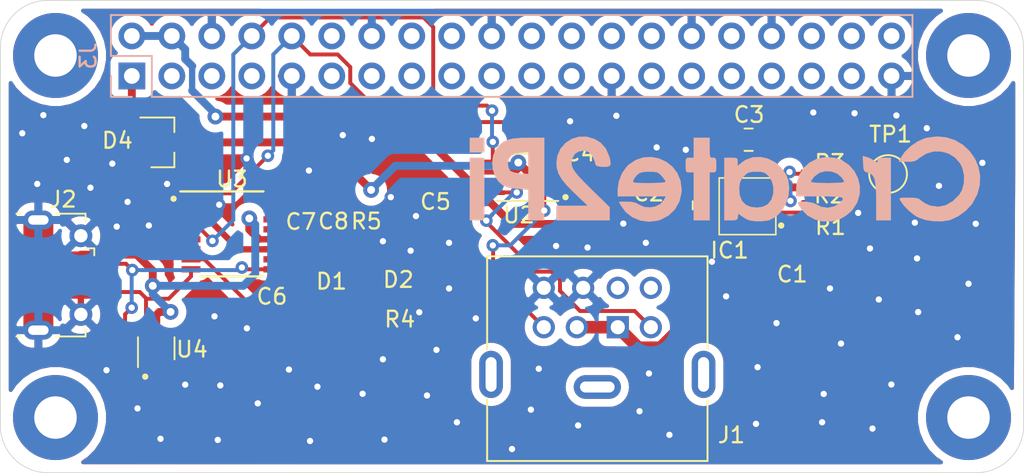
<source format=kicad_pcb>
(kicad_pcb (version 20171130) (host pcbnew 5.1.6)
  (layers (0 F.Cu signal) (31 B.Cu signal) (34 B.Paste user hide) (35 F.Paste user hide) (36 B.SilkS user hide) (37 F.SilkS user hide) (38 B.Mask user hide) (39 F.Mask user hide) (44 Edge.Cuts user))
  (net 0 "")
  (net 1 GND)
  (net 2 /VIN_Roomba)
  (net 3 +5V)
  (net 4 /RX_TTL)
  (net 5 +3V3)
  (net 6 /RX_Roomba)
  (net 7 /TX_Roomba)
  (net 8 /TX_TTL)
  (net 9 "Net-(U3-Pad16)")
  (net 10 "Net-(U3-Pad15)")
  (net 11 "Net-(R5-Pad2)")
  (net 12 /USBVBUS)
  (net 13 /USBDM)
  (net 14 /USBDP)
  (net 15 "Net-(R4-Pad2)")
  (net 16 "Net-(U3-Pad6)")
  (net 17 "Net-(U3-Pad2)")
  (net 18 "Net-(U4-Pad4)")
  (net 19 "Net-(U4-Pad3)")
  (net 20 "Net-(J3-Pad40)")
  (net 21 "Net-(J3-Pad38)")
  (net 22 "Net-(J3-Pad37)")
  (net 23 "Net-(J3-Pad36)")
  (net 24 "Net-(J3-Pad35)")
  (net 25 "Net-(J3-Pad33)")
  (net 26 "Net-(J3-Pad32)")
  (net 27 "Net-(J3-Pad31)")
  (net 28 "Net-(J3-Pad29)")
  (net 29 "Net-(J3-Pad28)")
  (net 30 "Net-(J3-Pad27)")
  (net 31 "Net-(J3-Pad26)")
  (net 32 "Net-(J3-Pad24)")
  (net 33 "Net-(J3-Pad23)")
  (net 34 "Net-(J3-Pad22)")
  (net 35 "Net-(J3-Pad21)")
  (net 36 "Net-(J3-Pad19)")
  (net 37 "Net-(J3-Pad18)")
  (net 38 "Net-(J3-Pad17)")
  (net 39 "Net-(J3-Pad16)")
  (net 40 "Net-(J3-Pad15)")
  (net 41 "Net-(J3-Pad13)")
  (net 42 "Net-(J3-Pad12)")
  (net 43 "Net-(J3-Pad11)")
  (net 44 "Net-(J3-Pad7)")
  (net 45 "Net-(J3-Pad5)")
  (net 46 "Net-(J3-Pad3)")
  (net 47 /3.3V_FTDI)
  (net 48 /3.3V_RPi)
  (net 49 "Net-(J2-Pad4)")
  (net 50 "Net-(D1-Pad2)")
  (net 51 "Net-(D2-Pad2)")
  (net 52 "Net-(J1-Pad4)")
  (net 53 "Net-(C1-Pad1)")
  (net 54 /PG)
  (net 55 "Net-(IC1-Pad2)")
  (net 56 "Net-(J1-Pad6)")
  (module kicad-libs:Create2Pi (layer B.Cu) (at 106.07 61.35 180)
    (fp_text reference G*** hide)
    (fp_text value LOGO hide)
  )
  (module MountingHole:MountingHole_2.7mm_M2.5_Pad (layer F.Cu) (at 63.5 53.5)
    (fp_text reference REF** hide)
    (fp_text value MountingHole_2.7mm_M2.5_Pad)
    (pad "" thru_hole circle (at 0 0) (size 5.4 5.4) (drill 2.7) (layers *.Cu *.Mask))
  )
  (module MountingHole:MountingHole_2.7mm_M2.5_Pad (layer F.Cu) (at 63.5 76.5)
    (fp_text reference REF** hide)
    (fp_text value MountingHole_2.7mm_M2.5_Pad)
    (pad "" thru_hole circle (at 0 0) (size 5.4 5.4) (drill 2.7) (layers *.Cu *.Mask))
  )
  (module MountingHole:MountingHole_2.7mm_M2.5_Pad (layer F.Cu) (at 121.5 53.5)
    (fp_text reference REF** hide)
    (fp_text value MountingHole_2.7mm_M2.5_Pad)
    (pad "" thru_hole circle (at 0 0) (size 5.4 5.4) (drill 2.7) (layers *.Cu *.Mask))
  )
  (module MountingHole:MountingHole_2.7mm_M2.5_Pad (layer F.Cu) (at 121.5 76.5)
    (fp_text reference REF** hide)
    (fp_text value MountingHole_2.7mm_M2.5_Pad)
    (pad "" thru_hole circle (at 0 0) (size 5.4 5.4) (drill 2.7) (layers *.Cu *.Mask))
  )
  (module kicad-libs:CUI_MD-80SM (layer F.Cu) (at 99.22 70.76 180)
    (fp_text reference J1 (at -7.22 -6.85) (layer F.SilkS) (effects (font (size 1.001724 1.001724))))
    (fp_text value Mini-DIN-8)
    (pad S3 thru_hole oval (at 1.3 -3.8 180) (size 3 1.5) (drill oval 2.2 0.7) (layers *.Cu *.Mask))
    (pad S2 thru_hole oval (at 8.05 -3 180) (size 1.5 3) (drill oval 0.7 2.2) (layers *.Cu *.Mask))
    (pad S1 thru_hole oval (at -5.45 -3 180) (size 1.5 3) (drill oval 0.7 2.2) (layers *.Cu *.Mask))
    (pad 6 thru_hole circle (at -2.1 2.5 180) (size 1.408 1.408) (drill 0.9) (layers *.Cu *.Mask) (net 56 "Net-(J1-Pad6)"))
    (pad 7 thru_hole circle (at 2.2 2.5 180) (size 1.408 1.408) (drill 0.9) (layers *.Cu *.Mask) (net 1 GND))
    (pad 8 thru_hole circle (at 4.7 2.5 180) (size 1.408 1.408) (drill 0.9) (layers *.Cu *.Mask) (net 1 GND))
    (pad 3 thru_hole circle (at -2.1 0 180) (size 1.408 1.408) (drill 0.9) (layers *.Cu *.Mask) (net 6 /RX_Roomba))
    (pad 4 thru_hole circle (at 0 2.5 180) (size 1.408 1.408) (drill 0.9) (layers *.Cu *.Mask) (net 52 "Net-(J1-Pad4)"))
    (pad 5 thru_hole circle (at 4.7 0 180) (size 1.408 1.408) (drill 0.9) (layers *.Cu *.Mask) (net 7 /TX_Roomba))
    (pad 2 thru_hole circle (at 2.6 0 180) (size 1.408 1.408) (drill 0.9) (layers *.Cu *.Mask) (net 2 /VIN_Roomba))
    (pad 1 thru_hole rect (at 0 0 180) (size 1.408 1.408) (drill 0.9) (layers *.Cu *.Mask) (net 2 /VIN_Roomba))
  )
  (module Capacitor_SMD:C_0402_1005Metric (layer F.Cu) (at 80.58 65.66 270)
    (fp_text reference C8 (at -1.63 -0.58 180) (layer F.SilkS))
    (fp_text value 4.7u)
    (pad 2 smd roundrect (at 0.485 0 270) (size 0.59 0.64) (layers F.Cu F.Paste F.Mask) (net 1 GND))
    (pad 1 smd roundrect (at -0.485 0 270) (size 0.59 0.64) (layers F.Cu F.Paste F.Mask) (net 12 /USBVBUS))
  )
  (module Capacitor_SMD:C_0402_1005Metric (layer F.Cu) (at 79.23 65.66 270)
    (fp_text reference C7 (at -1.6 0.14 180) (layer F.SilkS))
    (fp_text value 100n)
    (pad 2 smd roundrect (at 0.485 0 270) (size 0.59 0.64) (layers F.Cu F.Paste F.Mask) (net 1 GND))
    (pad 1 smd roundrect (at -0.485 0 270) (size 0.59 0.64) (layers F.Cu F.Paste F.Mask) (net 12 /USBVBUS))
  )
  (module kicad-libs:SIL0008E (layer F.Cu) (at 107.46 63.08 180)
    (fp_text reference IC1 (at 1.14 -2.8) (layer F.SilkS))
    (fp_text value LMZ21701SILT hide)
    (pad 10 smd rect (at -0.55 0 180) (size 0.8 1.9) (layers F.Cu F.Paste F.Mask) (net 1 GND))
    (pad 9 smd rect (at 0.55 0 180) (size 0.8 1.9) (layers F.Cu F.Paste F.Mask) (net 1 GND))
    (pad 8 smd rect (at 1.475 -1.2 270) (size 0.4 0.45) (layers F.Cu F.Paste F.Mask) (net 2 /VIN_Roomba))
    (pad 7 smd rect (at 1.475 -0.4 270) (size 0.4 0.45) (layers F.Cu F.Paste F.Mask) (net 2 /VIN_Roomba))
    (pad 6 smd rect (at 1.475 0.4 270) (size 0.4 0.45) (layers F.Cu F.Paste F.Mask) (net 3 +5V))
    (pad 5 smd rect (at 1.475 1.2 270) (size 0.4 0.45) (layers F.Cu F.Paste F.Mask) (net 1 GND))
    (pad 4 smd rect (at -1.475 1.2 270) (size 0.4 0.45) (layers F.Cu F.Paste F.Mask) (net 3 +5V))
    (pad 3 smd rect (at -1.475 0.4 270) (size 0.4 0.45) (layers F.Cu F.Paste F.Mask) (net 54 /PG))
    (pad 2 smd rect (at -1.475 -0.4 270) (size 0.4 0.45) (layers F.Cu F.Paste F.Mask) (net 55 "Net-(IC1-Pad2)"))
    (pad 1 smd rect (at -1.475 -1.2 270) (size 0.4 0.45) (layers F.Cu F.Paste F.Mask) (net 53 "Net-(C1-Pad1)"))
  )
  (module Capacitor_SMD:C_0805_2012Metric_Pad1.15x1.40mm_HandSolder (layer F.Cu) (at 107.53 58.85 180)
    (fp_text reference C3 (at -0.03 1.59) (layer F.SilkS))
    (fp_text value 22u)
    (pad 2 smd roundrect (at 1.025 0 180) (size 1.15 1.4) (layers F.Cu F.Paste F.Mask) (roundrect_rratio 0.217391) (net 1 GND))
    (pad 1 smd roundrect (at -1.025 0 180) (size 1.15 1.4) (layers F.Cu F.Paste F.Mask) (roundrect_rratio 0.217391) (net 3 +5V))
  )
  (module Capacitor_SMD:C_0805_2012Metric_Pad1.15x1.40mm_HandSolder (layer F.Cu) (at 103.27 63.02 90)
    (fp_text reference C2 (at 0.77 -2.09 180) (layer F.SilkS))
    (fp_text value 22u)
    (pad 2 smd roundrect (at 1.025 0 90) (size 1.15 1.4) (layers F.Cu F.Paste F.Mask) (roundrect_rratio 0.217391) (net 1 GND))
    (pad 1 smd roundrect (at -1.025 0 90) (size 1.15 1.4) (layers F.Cu F.Paste F.Mask) (roundrect_rratio 0.217391) (net 2 /VIN_Roomba))
  )
  (module Package_SO:SSOP-8_2.95x2.8mm_P0.65mm (layer F.Cu) (at 92.94 61.24 180)
    (fp_text reference U2 (at 0 -2.4) (layer F.SilkS))
    (fp_text value TXS0102DCT)
    (pad 8 smd rect (at 1.7 -0.975 90) (size 0.3 1.6) (layers F.Cu F.Paste F.Mask) (net 6 /RX_Roomba))
    (pad 7 smd rect (at 1.7 -0.325 90) (size 0.3 1.6) (layers F.Cu F.Paste F.Mask) (net 3 +5V))
    (pad 6 smd rect (at 1.7 0.325 90) (size 0.3 1.6) (layers F.Cu F.Paste F.Mask) (net 5 +3V3))
    (pad 5 smd rect (at 1.7 0.975 90) (size 0.3 1.6) (layers F.Cu F.Paste F.Mask) (net 4 /RX_TTL))
    (pad 4 smd rect (at -1.7 0.975 90) (size 0.3 1.6) (layers F.Cu F.Paste F.Mask) (net 8 /TX_TTL))
    (pad 3 smd rect (at -1.7 0.325 90) (size 0.3 1.6) (layers F.Cu F.Paste F.Mask) (net 5 +3V3))
    (pad 2 smd rect (at -1.7 -0.325 90) (size 0.3 1.6) (layers F.Cu F.Paste F.Mask) (net 1 GND))
    (pad 1 smd rect (at -1.7 -0.975 90) (size 0.3 1.6) (layers F.Cu F.Paste F.Mask) (net 7 /TX_Roomba))
  )
  (module TestPoint:TestPoint_Pad_D2.0mm (layer F.Cu) (at 116.39 61.03)
    (fp_text reference TP1 (at 0.16 -2.52) (layer F.SilkS))
    (fp_text value TestPoint)
    (pad 1 smd circle (at 0 0) (size 2 2) (layers F.Cu F.Mask) (net 54 /PG))
  )
  (module Resistor_SMD:R_0402_1005Metric (layer F.Cu) (at 82.48 65.61 90)
    (fp_text reference R5 (at 1.58 0.77 180) (layer F.SilkS))
    (fp_text value 56)
    (pad 2 smd roundrect (at 0.485 0 90) (size 0.59 0.64) (layers F.Cu F.Paste F.Mask) (net 11 "Net-(R5-Pad2)"))
    (pad 1 smd roundrect (at -0.485 0 90) (size 0.59 0.64) (layers F.Cu F.Paste F.Mask) (net 51 "Net-(D2-Pad2)"))
  )
  (module Resistor_SMD:R_0402_1005Metric (layer F.Cu) (at 83.88 70.03 270)
    (fp_text reference R4 (at 0.23 -1.49 180) (layer F.SilkS))
    (fp_text value 56)
    (pad 2 smd roundrect (at 0.485 0 270) (size 0.59 0.64) (layers F.Cu F.Paste F.Mask) (net 15 "Net-(R4-Pad2)"))
    (pad 1 smd roundrect (at -0.485 0 270) (size 0.59 0.64) (layers F.Cu F.Paste F.Mask) (net 50 "Net-(D1-Pad2)"))
  )
  (module Resistor_SMD:R_0402_1005Metric (layer F.Cu) (at 111.15 60.53 270)
    (fp_text reference R3 (at -0.22 -1.55 180) (layer F.SilkS))
    (fp_text value 10k)
    (pad 2 smd roundrect (at 0.485 0 270) (size 0.59 0.64) (layers F.Cu F.Paste F.Mask) (net 54 /PG))
    (pad 1 smd roundrect (at -0.485 0 270) (size 0.59 0.64) (layers F.Cu F.Paste F.Mask) (net 3 +5V))
  )
  (module Resistor_SMD:R_0402_1005Metric (layer F.Cu) (at 111.16 62.49 90)
    (fp_text reference R2 (at 0.11 1.5 180) (layer F.SilkS))
    (fp_text value 232K)
    (pad 2 smd roundrect (at 0.485 0 90) (size 0.59 0.64) (layers F.Cu F.Paste F.Mask) (net 3 +5V))
    (pad 1 smd roundrect (at -0.485 0 90) (size 0.59 0.64) (layers F.Cu F.Paste F.Mask) (net 55 "Net-(IC1-Pad2)"))
  )
  (module Resistor_SMD:R_0402_1005Metric (layer F.Cu) (at 111.15 64.4 270)
    (fp_text reference R1 (at -0.02 -1.58 180) (layer F.SilkS))
    (fp_text value 44.2K)
    (pad 2 smd roundrect (at 0.485 0 270) (size 0.59 0.64) (layers F.Cu F.Paste F.Mask) (net 1 GND))
    (pad 1 smd roundrect (at -0.485 0 270) (size 0.59 0.64) (layers F.Cu F.Paste F.Mask) (net 55 "Net-(IC1-Pad2)"))
  )
  (module LED_SMD:R_0402_1005Metric (layer F.Cu) (at 82.48 67.77 90)
    (fp_text reference D2 (at 0.03 2.8 180) (layer F.SilkS))
    (fp_text value LED_G)
    (pad 2 smd roundrect (at 0.485 0 90) (size 0.59 0.64) (layers F.Cu F.Paste F.Mask) (net 51 "Net-(D2-Pad2)"))
    (pad 1 smd roundrect (at -0.485 0 90) (size 0.59 0.64) (layers F.Cu F.Paste F.Mask) (net 1 GND))
  )
  (module LED_SMD:R_0402_1005Metric (layer F.Cu) (at 83.88 67.77 270)
    (fp_text reference D1 (at 0.08 2.85 180) (layer F.SilkS))
    (fp_text value LED_R)
    (pad 2 smd roundrect (at 0.485 0 270) (size 0.59 0.64) (layers F.Cu F.Paste F.Mask) (net 50 "Net-(D1-Pad2)"))
    (pad 1 smd roundrect (at -0.485 0 270) (size 0.59 0.64) (layers F.Cu F.Paste F.Mask) (net 1 GND))
  )
  (module Capacitor_SMD:C_0402_1005Metric (layer F.Cu) (at 78.71 68.72 270)
    (fp_text reference C6 (at 0.09 1.46 180) (layer F.SilkS))
    (fp_text value 100n)
    (pad 2 smd roundrect (at 0.485 0 270) (size 0.59 0.64) (layers F.Cu F.Paste F.Mask) (net 1 GND))
    (pad 1 smd roundrect (at -0.485 0 270) (size 0.59 0.64) (layers F.Cu F.Paste F.Mask) (net 47 /3.3V_FTDI))
  )
  (module Capacitor_SMD:C_0402_1005Metric (layer F.Cu) (at 89.16 62.69 90)
    (fp_text reference C5 (at -0.1 -1.52 180) (layer F.SilkS))
    (fp_text value 100n)
    (pad 2 smd roundrect (at 0.485 0 90) (size 0.59 0.64) (layers F.Cu F.Paste F.Mask) (net 3 +5V))
    (pad 1 smd roundrect (at -0.485 0 90) (size 0.59 0.64) (layers F.Cu F.Paste F.Mask) (net 1 GND))
  )
  (module Capacitor_SMD:C_0402_1005Metric (layer F.Cu) (at 96.37 61.39 270)
    (fp_text reference C4 (at -1.68 -0.45 180) (layer F.SilkS))
    (fp_text value 100n)
    (pad 2 smd roundrect (at 0.485 0 270) (size 0.59 0.64) (layers F.Cu F.Paste F.Mask) (net 1 GND))
    (pad 1 smd roundrect (at -0.485 0 270) (size 0.59 0.64) (layers F.Cu F.Paste F.Mask) (net 5 +3V3))
  )
  (module Capacitor_SMD:C_0402_1005Metric (layer F.Cu) (at 108.44 66.95 180)
    (fp_text reference C1 (at -1.86 -0.45) (layer F.SilkS))
    (fp_text value 3300p)
    (pad 2 smd roundrect (at 0.485 0 180) (size 0.59 0.64) (layers F.Cu F.Paste F.Mask) (net 1 GND))
    (pad 1 smd roundrect (at -0.485 0 180) (size 0.59 0.64) (layers F.Cu F.Paste F.Mask) (net 53 "Net-(C1-Pad1)"))
  )
  (module Connecter_USB:USB_Micro-B_Molex-105017-0001 (layer F.Cu) (at 63.65 67.45 270)
    (fp_text reference J2 (at -4.81 -0.33 180) (layer F.SilkS))
    (fp_text value USB_B_Micro)
    (pad 6 smd rect (at -2.9 1.2375 270) (size 1.2 1.9) (layers F.Cu F.Mask) (net 1 GND))
    (pad 6 smd rect (at 2.9 1.2375 270) (size 1.2 1.9) (layers F.Cu F.Mask) (net 1 GND))
    (pad 6 thru_hole oval (at 3.5 1.2375 270) (size 1.2 1.9) (drill oval 0.6 1.3) (layers *.Cu *.Mask) (net 1 GND))
    (pad 6 thru_hole oval (at -3.5 1.2375 90) (size 1.2 1.9) (drill oval 0.6 1.3) (layers *.Cu *.Mask) (net 1 GND))
    (pad 6 smd rect (at -1 1.2375 270) (size 1.5 1.9) (layers F.Cu F.Paste F.Mask) (net 1 GND))
    (pad 6 thru_hole circle (at 2.5 -1.4625 270) (size 1.45 1.45) (drill 0.85) (layers *.Cu *.Mask) (net 1 GND))
    (pad 3 smd rect (at 0 -1.4625 270) (size 0.4 1.35) (layers F.Cu F.Paste F.Mask) (net 14 /USBDP))
    (pad 4 smd rect (at 0.65 -1.4625 270) (size 0.4 1.35) (layers F.Cu F.Paste F.Mask) (net 49 "Net-(J2-Pad4)"))
    (pad 5 smd rect (at 1.3 -1.4625 270) (size 0.4 1.35) (layers F.Cu F.Paste F.Mask) (net 1 GND))
    (pad 1 smd rect (at -1.3 -1.4625 270) (size 0.4 1.35) (layers F.Cu F.Paste F.Mask) (net 12 /USBVBUS))
    (pad 2 smd rect (at -0.65 -1.4625 270) (size 0.4 1.35) (layers F.Cu F.Paste F.Mask) (net 13 /USBDM))
    (pad 6 thru_hole circle (at -2.5 -1.4625 270) (size 1.45 1.45) (drill 0.85) (layers *.Cu *.Mask) (net 1 GND))
    (pad 6 smd rect (at 1 1.2375 270) (size 1.5 1.9) (layers F.Cu F.Paste F.Mask) (net 1 GND))
  )
  (module Package_TO_SOT_SMD:SOT-23 (layer F.Cu) (at 70.29 59.02)
    (fp_text reference D4 (at -2.86 -0.12) (layer F.SilkS))
    (fp_text value BAT54C)
    (pad 3 smd rect (at 1 0) (size 0.9 0.8) (layers F.Cu F.Paste F.Mask) (net 5 +3V3))
    (pad 2 smd rect (at -1 0.95) (size 0.9 0.8) (layers F.Cu F.Paste F.Mask) (net 47 /3.3V_FTDI))
    (pad 1 smd rect (at -1 -0.95) (size 0.9 0.8) (layers F.Cu F.Paste F.Mask) (net 48 /3.3V_RPi))
  )
  (module Connector_PinSocket_2.54mm:PinSocket_2x20_P2.54mm_Vertical (layer B.Cu) (at 68.35 54.8 270)
    (fp_text reference J3 (at -1.27 2.77 270) (layer B.SilkS) (effects (justify mirror)))
    (fp_text value "RaspberryPi GPIO connector")
    (pad 40 thru_hole oval (at -2.54 -48.26 270) (size 1.7 1.7) (drill 1) (layers *.Cu *.Mask) (net 20 "Net-(J3-Pad40)"))
    (pad 39 thru_hole oval (at 0 -48.26 270) (size 1.7 1.7) (drill 1) (layers *.Cu *.Mask) (net 1 GND))
    (pad 38 thru_hole oval (at -2.54 -45.72 270) (size 1.7 1.7) (drill 1) (layers *.Cu *.Mask) (net 21 "Net-(J3-Pad38)"))
    (pad 37 thru_hole oval (at 0 -45.72 270) (size 1.7 1.7) (drill 1) (layers *.Cu *.Mask) (net 22 "Net-(J3-Pad37)"))
    (pad 36 thru_hole oval (at -2.54 -43.18 270) (size 1.7 1.7) (drill 1) (layers *.Cu *.Mask) (net 23 "Net-(J3-Pad36)"))
    (pad 35 thru_hole oval (at 0 -43.18 270) (size 1.7 1.7) (drill 1) (layers *.Cu *.Mask) (net 24 "Net-(J3-Pad35)"))
    (pad 34 thru_hole oval (at -2.54 -40.64 270) (size 1.7 1.7) (drill 1) (layers *.Cu *.Mask) (net 1 GND))
    (pad 33 thru_hole oval (at 0 -40.64 270) (size 1.7 1.7) (drill 1) (layers *.Cu *.Mask) (net 25 "Net-(J3-Pad33)"))
    (pad 32 thru_hole oval (at -2.54 -38.1 270) (size 1.7 1.7) (drill 1) (layers *.Cu *.Mask) (net 26 "Net-(J3-Pad32)"))
    (pad 31 thru_hole oval (at 0 -38.1 270) (size 1.7 1.7) (drill 1) (layers *.Cu *.Mask) (net 27 "Net-(J3-Pad31)"))
    (pad 30 thru_hole oval (at -2.54 -35.56 270) (size 1.7 1.7) (drill 1) (layers *.Cu *.Mask) (net 1 GND))
    (pad 29 thru_hole oval (at 0 -35.56 270) (size 1.7 1.7) (drill 1) (layers *.Cu *.Mask) (net 28 "Net-(J3-Pad29)"))
    (pad 28 thru_hole oval (at -2.54 -33.02 270) (size 1.7 1.7) (drill 1) (layers *.Cu *.Mask) (net 29 "Net-(J3-Pad28)"))
    (pad 27 thru_hole oval (at 0 -33.02 270) (size 1.7 1.7) (drill 1) (layers *.Cu *.Mask) (net 30 "Net-(J3-Pad27)"))
    (pad 26 thru_hole oval (at -2.54 -30.48 270) (size 1.7 1.7) (drill 1) (layers *.Cu *.Mask) (net 31 "Net-(J3-Pad26)"))
    (pad 25 thru_hole oval (at 0 -30.48 270) (size 1.7 1.7) (drill 1) (layers *.Cu *.Mask) (net 1 GND))
    (pad 24 thru_hole oval (at -2.54 -27.94 270) (size 1.7 1.7) (drill 1) (layers *.Cu *.Mask) (net 32 "Net-(J3-Pad24)"))
    (pad 23 thru_hole oval (at 0 -27.94 270) (size 1.7 1.7) (drill 1) (layers *.Cu *.Mask) (net 33 "Net-(J3-Pad23)"))
    (pad 22 thru_hole oval (at -2.54 -25.4 270) (size 1.7 1.7) (drill 1) (layers *.Cu *.Mask) (net 34 "Net-(J3-Pad22)"))
    (pad 21 thru_hole oval (at 0 -25.4 270) (size 1.7 1.7) (drill 1) (layers *.Cu *.Mask) (net 35 "Net-(J3-Pad21)"))
    (pad 20 thru_hole oval (at -2.54 -22.86 270) (size 1.7 1.7) (drill 1) (layers *.Cu *.Mask) (net 1 GND))
    (pad 19 thru_hole oval (at 0 -22.86 270) (size 1.7 1.7) (drill 1) (layers *.Cu *.Mask) (net 36 "Net-(J3-Pad19)"))
    (pad 18 thru_hole oval (at -2.54 -20.32 270) (size 1.7 1.7) (drill 1) (layers *.Cu *.Mask) (net 37 "Net-(J3-Pad18)"))
    (pad 17 thru_hole oval (at 0 -20.32 270) (size 1.7 1.7) (drill 1) (layers *.Cu *.Mask) (net 38 "Net-(J3-Pad17)"))
    (pad 16 thru_hole oval (at -2.54 -17.78 270) (size 1.7 1.7) (drill 1) (layers *.Cu *.Mask) (net 39 "Net-(J3-Pad16)"))
    (pad 15 thru_hole oval (at 0 -17.78 270) (size 1.7 1.7) (drill 1) (layers *.Cu *.Mask) (net 40 "Net-(J3-Pad15)"))
    (pad 14 thru_hole oval (at -2.54 -15.24 270) (size 1.7 1.7) (drill 1) (layers *.Cu *.Mask) (net 1 GND))
    (pad 13 thru_hole oval (at 0 -15.24 270) (size 1.7 1.7) (drill 1) (layers *.Cu *.Mask) (net 41 "Net-(J3-Pad13)"))
    (pad 12 thru_hole oval (at -2.54 -12.7 270) (size 1.7 1.7) (drill 1) (layers *.Cu *.Mask) (net 42 "Net-(J3-Pad12)"))
    (pad 11 thru_hole oval (at 0 -12.7 270) (size 1.7 1.7) (drill 1) (layers *.Cu *.Mask) (net 43 "Net-(J3-Pad11)"))
    (pad 10 thru_hole oval (at -2.54 -10.16 270) (size 1.7 1.7) (drill 1) (layers *.Cu *.Mask) (net 8 /TX_TTL))
    (pad 9 thru_hole oval (at 0 -10.16 270) (size 1.7 1.7) (drill 1) (layers *.Cu *.Mask) (net 1 GND))
    (pad 8 thru_hole oval (at -2.54 -7.62 270) (size 1.7 1.7) (drill 1) (layers *.Cu *.Mask) (net 4 /RX_TTL))
    (pad 7 thru_hole oval (at 0 -7.62 270) (size 1.7 1.7) (drill 1) (layers *.Cu *.Mask) (net 44 "Net-(J3-Pad7)"))
    (pad 6 thru_hole oval (at -2.54 -5.08 270) (size 1.7 1.7) (drill 1) (layers *.Cu *.Mask) (net 1 GND))
    (pad 5 thru_hole oval (at 0 -5.08 270) (size 1.7 1.7) (drill 1) (layers *.Cu *.Mask) (net 45 "Net-(J3-Pad5)"))
    (pad 4 thru_hole oval (at -2.54 -2.54 270) (size 1.7 1.7) (drill 1) (layers *.Cu *.Mask) (net 3 +5V))
    (pad 3 thru_hole oval (at 0 -2.54 270) (size 1.7 1.7) (drill 1) (layers *.Cu *.Mask) (net 46 "Net-(J3-Pad3)"))
    (pad 2 thru_hole oval (at -2.54 0 270) (size 1.7 1.7) (drill 1) (layers *.Cu *.Mask) (net 3 +5V))
    (pad 1 thru_hole rect (at 0 0 270) (size 1.7 1.7) (drill 1) (layers *.Cu *.Mask) (net 48 /3.3V_RPi))
  )
  (module Package_TO_SOT_SMD:SOT-363_SC-70-6 (layer F.Cu) (at 69.9 72.1 90)
    (fp_text reference U4 (at -0.07 2.27 180) (layer F.SilkS))
    (fp_text value NUP2202)
    (pad 6 smd rect (at 0.95 -0.65 90) (size 0.65 0.4) (layers F.Cu F.Paste F.Mask) (net 14 /USBDP))
    (pad 4 smd rect (at 0.95 0.65 90) (size 0.65 0.4) (layers F.Cu F.Paste F.Mask) (net 18 "Net-(U4-Pad4)"))
    (pad 2 smd rect (at -0.95 0 90) (size 0.65 0.4) (layers F.Cu F.Paste F.Mask) (net 1 GND))
    (pad 5 smd rect (at 0.95 0 90) (size 0.65 0.4) (layers F.Cu F.Paste F.Mask) (net 12 /USBVBUS))
    (pad 3 smd rect (at -0.95 0.65 90) (size 0.65 0.4) (layers F.Cu F.Paste F.Mask) (net 19 "Net-(U4-Pad3)"))
    (pad 1 smd rect (at -0.95 -0.65 90) (size 0.65 0.4) (layers F.Cu F.Paste F.Mask) (net 13 /USBDM))
  )
  (module Package_SO:SSOP-16_3.9x4.9mm_P0.635mm (layer F.Cu) (at 74.71 64.86)
    (fp_text reference U3 (at 0 -3.5) (layer F.SilkS))
    (fp_text value FT230XS)
    (pad 16 smd rect (at 2.6 -2.2225) (size 1.2 0.4) (layers F.Cu F.Paste F.Mask) (net 9 "Net-(U3-Pad16)"))
    (pad 15 smd rect (at 2.6 -1.5875) (size 1.2 0.4) (layers F.Cu F.Paste F.Mask) (net 10 "Net-(U3-Pad15)"))
    (pad 14 smd rect (at 2.6 -0.9525) (size 1.2 0.4) (layers F.Cu F.Paste F.Mask) (net 11 "Net-(R5-Pad2)"))
    (pad 13 smd rect (at 2.6 -0.3175) (size 1.2 0.4) (layers F.Cu F.Paste F.Mask) (net 1 GND))
    (pad 12 smd rect (at 2.6 0.3175) (size 1.2 0.4) (layers F.Cu F.Paste F.Mask) (net 12 /USBVBUS))
    (pad 11 smd rect (at 2.6 0.9525) (size 1.2 0.4) (layers F.Cu F.Paste F.Mask) (net 47 /3.3V_FTDI))
    (pad 10 smd rect (at 2.6 1.5875) (size 1.2 0.4) (layers F.Cu F.Paste F.Mask) (net 47 /3.3V_FTDI))
    (pad 9 smd rect (at 2.6 2.2225) (size 1.2 0.4) (layers F.Cu F.Paste F.Mask) (net 13 /USBDM))
    (pad 8 smd rect (at -2.6 2.2225) (size 1.2 0.4) (layers F.Cu F.Paste F.Mask) (net 14 /USBDP))
    (pad 7 smd rect (at -2.6 1.5875) (size 1.2 0.4) (layers F.Cu F.Paste F.Mask) (net 15 "Net-(R4-Pad2)"))
    (pad 6 smd rect (at -2.6 0.9525) (size 1.2 0.4) (layers F.Cu F.Paste F.Mask) (net 16 "Net-(U3-Pad6)"))
    (pad 5 smd rect (at -2.6 0.3175) (size 1.2 0.4) (layers F.Cu F.Paste F.Mask) (net 1 GND))
    (pad 4 smd rect (at -2.6 -0.3175) (size 1.2 0.4) (layers F.Cu F.Paste F.Mask) (net 4 /RX_TTL))
    (pad 3 smd rect (at -2.6 -0.9525) (size 1.2 0.4) (layers F.Cu F.Paste F.Mask) (net 47 /3.3V_FTDI))
    (pad 2 smd rect (at -2.6 -1.5875) (size 1.2 0.4) (layers F.Cu F.Paste F.Mask) (net 17 "Net-(U3-Pad2)"))
    (pad 1 smd rect (at -2.6 -2.2225) (size 1.2 0.4) (layers F.Cu F.Paste F.Mask) (net 8 /TX_TTL))
  )
  (gr_circle (center 69.2 73.9) (end 69.3 73.9) (layer F.SilkS) (width 0.2))
  (gr_circle (center 71 62.6) (end 71.1 62.6) (layer F.SilkS) (width 0.2))
  (gr_circle (center 95.9 62.5) (end 96 62.5) (layer F.SilkS) (width 0.2))
  (gr_circle (center 109.6 64.3) (end 109.7 64.3) (layer F.SilkS) (width 0.2))
  (gr_line (start 125 77) (end 125 53) (layer Edge.Cuts) (width 0.05))
  (gr_line (start 63 50) (end 122 50) (layer Edge.Cuts) (width 0.05))
  (gr_line (start 60 77) (end 60 53) (layer Edge.Cuts) (width 0.05))
  (gr_line (start 122 80) (end 63 80) (layer Edge.Cuts) (width 0.05))
  (gr_arc (start 122 77) (end 122 80) (angle -90) (layer Edge.Cuts) (width 0.05))
  (gr_arc (start 63 77) (end 60 77) (angle -90) (layer Edge.Cuts) (width 0.05))
  (gr_arc (start 63 53) (end 63 50) (angle -90) (layer Edge.Cuts) (width 0.05))
  (gr_arc (start 122 53) (end 125 53) (angle -90) (layer Edge.Cuts) (width 0.05))
  (segment (start 78.51 54.8) (end 77.820002 54.8) (width 0.4) (layer F.Cu) (net 1))
  (segment (start 65.1125 70.122502) (end 65.1125 68.75) (width 0.4) (layer F.Cu) (net 1))
  (segment (start 65.01 70.225002) (end 65.1125 70.122502) (width 0.4) (layer F.Cu) (net 1))
  (segment (start 82.785702 68.255) (end 83.755702 67.285) (width 0.4) (layer F.Cu) (net 1))
  (segment (start 105.985 61.28) (end 106.195 61.07) (width 0.4) (layer F.Cu) (net 1))
  (segment (start 105.985 61.88) (end 105.985 61.28) (width 0.4) (layer F.Cu) (net 1))
  (segment (start 106.195 61.07) (end 106.86 61.07) (width 0.4) (layer F.Cu) (net 1))
  (via (at 62.73 57.29) (size 0.8) (drill 0.4) (layers F.Cu B.Cu) (net 1))
  (via (at 61.39 58.44) (size 0.8) (drill 0.4) (layers F.Cu B.Cu) (net 1))
  (via (at 64.22 60.13) (size 0.8) (drill 0.4) (layers F.Cu B.Cu) (net 1))
  (via (at 65.33 57.98) (size 0.8) (drill 0.4) (layers F.Cu B.Cu) (net 1))
  (via (at 67.11 60.37) (size 0.8) (drill 0.4) (layers F.Cu B.Cu) (net 1))
  (via (at 62.34 61.66) (size 0.8) (drill 0.4) (layers F.Cu B.Cu) (net 1))
  (via (at 65.72 61.9) (size 0.8) (drill 0.4) (layers F.Cu B.Cu) (net 1))
  (via (at 68.08 62.8) (size 0.8) (drill 0.4) (layers F.Cu B.Cu) (net 1))
  (via (at 67.39 64.37) (size 0.8) (drill 0.4) (layers F.Cu B.Cu) (net 1))
  (via (at 69.43 64.3) (size 0.8) (drill 0.4) (layers F.Cu B.Cu) (net 1))
  (via (at 70.59 61.66) (size 0.8) (drill 0.4) (layers F.Cu B.Cu) (net 1))
  (via (at 75.64 60.04) (size 0.8) (drill 0.4) (layers F.Cu B.Cu) (net 1))
  (via (at 83.6 58.8) (size 0.8) (drill 0.4) (layers F.Cu B.Cu) (net 1))
  (via (at 81.75 58.56) (size 0.8) (drill 0.4) (layers F.Cu B.Cu) (net 1))
  (via (at 79.6 60.81) (size 0.8) (drill 0.4) (layers F.Cu B.Cu) (net 1))
  (via (at 84.8 62.5) (size 0.8) (drill 0.4) (layers F.Cu B.Cu) (net 1))
  (via (at 73.9 62.98) (size 0.8) (drill 0.4) (layers F.Cu B.Cu) (net 1))
  (via (at 86.06 65.9) (size 0.8) (drill 0.4) (layers F.Cu B.Cu) (net 1))
  (via (at 73.6 70.07) (size 0.8) (drill 0.4) (layers F.Cu B.Cu) (net 1))
  (via (at 75.66 70.83) (size 0.8) (drill 0.4) (layers F.Cu B.Cu) (net 1))
  (via (at 78.33 73.45) (size 0.8) (drill 0.4) (layers F.Cu B.Cu) (net 1))
  (via (at 73.97 74.46) (size 0.8) (drill 0.4) (layers F.Cu B.Cu) (net 1))
  (via (at 80.14 74.54) (size 0.8) (drill 0.4) (layers F.Cu B.Cu) (net 1))
  (via (at 68.71 75.92) (size 0.8) (drill 0.4) (layers F.Cu B.Cu) (net 1))
  (via (at 70.17 77.85) (size 0.8) (drill 0.4) (layers F.Cu B.Cu) (net 1))
  (via (at 71.74 74.41) (size 0.8) (drill 0.4) (layers F.Cu B.Cu) (net 1))
  (via (at 73.81 77.92) (size 0.8) (drill 0.4) (layers F.Cu B.Cu) (net 1))
  (via (at 76.35 75.6) (size 0.8) (drill 0.4) (layers F.Cu B.Cu) (net 1))
  (via (at 79.67 77.99) (size 0.8) (drill 0.4) (layers F.Cu B.Cu) (net 1))
  (via (at 83.01 74.99) (size 0.8) (drill 0.4) (layers F.Cu B.Cu) (net 1))
  (via (at 96.19 57.68) (size 0.8) (drill 0.4) (layers F.Cu B.Cu) (net 1))
  (via (at 99.13 57.33) (size 0.8) (drill 0.4) (layers F.Cu B.Cu) (net 1))
  (via (at 103.54 59.49) (size 0.8) (drill 0.4) (layers F.Cu B.Cu) (net 1))
  (via (at 101.69 59.34) (size 0.8) (drill 0.4) (layers F.Cu B.Cu) (net 1))
  (via (at 99.57 64.18) (size 0.8) (drill 0.4) (layers F.Cu B.Cu) (net 1))
  (via (at 111.64 57.12) (size 0.8) (drill 0.4) (layers F.Cu B.Cu) (net 1))
  (via (at 114.26 57.17) (size 0.8) (drill 0.4) (layers F.Cu B.Cu) (net 1))
  (via (at 116.92 57.31) (size 0.8) (drill 0.4) (layers F.Cu B.Cu) (net 1))
  (via (at 118.85 58.12) (size 0.8) (drill 0.4) (layers F.Cu B.Cu) (net 1))
  (via (at 122.38 60.32) (size 0.8) (drill 0.4) (layers F.Cu B.Cu) (net 1))
  (via (at 119.62 61.78) (size 0.8) (drill 0.4) (layers F.Cu B.Cu) (net 1))
  (via (at 121.96 64.19) (size 0.8) (drill 0.4) (layers F.Cu B.Cu) (net 1))
  (via (at 118.09 64.12) (size 0.8) (drill 0.4) (layers F.Cu B.Cu) (net 1))
  (via (at 114.49 63.5) (size 0.8) (drill 0.4) (layers F.Cu B.Cu) (net 1))
  (via (at 115.24 65.76) (size 0.8) (drill 0.4) (layers F.Cu B.Cu) (net 1))
  (via (at 118.23 66.39) (size 0.8) (drill 0.4) (layers F.Cu B.Cu) (net 1))
  (via (at 66.74 73.49) (size 0.8) (drill 0.4) (layers F.Cu B.Cu) (net 1))
  (segment (start 80.704298 66.145) (end 80.58 66.145) (width 0.4) (layer F.Cu) (net 1))
  (segment (start 81.30001 65.549288) (end 80.704298 66.145) (width 0.4) (layer F.Cu) (net 1))
  (segment (start 81.30001 64.687486) (end 81.30001 65.549288) (width 0.4) (layer F.Cu) (net 1))
  (segment (start 81.045034 64.43251) (end 81.30001 64.687486) (width 0.4) (layer F.Cu) (net 1))
  (segment (start 78.304992 64.43251) (end 81.045034 64.43251) (width 0.4) (layer F.Cu) (net 1))
  (segment (start 78.195002 64.5425) (end 78.304992 64.43251) (width 0.4) (layer F.Cu) (net 1))
  (segment (start 77.31 64.5425) (end 78.195002 64.5425) (width 0.4) (layer F.Cu) (net 1))
  (segment (start 72.11 65.1775) (end 70.6475 65.1775) (width 0.4) (layer F.Cu) (net 1))
  (segment (start 94.904999 61.664999) (end 96.159999 61.664999) (width 0.4) (layer F.Cu) (net 1))
  (segment (start 96.159999 61.664999) (end 96.37 61.875) (width 0.4) (layer F.Cu) (net 1))
  (segment (start 94.805 61.565) (end 94.904999 61.664999) (width 0.4) (layer F.Cu) (net 1))
  (segment (start 94.64 61.565) (end 94.805 61.565) (width 0.4) (layer F.Cu) (net 1))
  (segment (start 89.16 63.175) (end 89.16 63.78) (width 0.4) (layer F.Cu) (net 1))
  (segment (start 69.9 73.05) (end 69.9 74.09) (width 0.5) (layer F.Cu) (net 1))
  (via (at 86.4 63.7) (size 0.8) (drill 0.4) (layers F.Cu B.Cu) (net 1))
  (via (at 88.5 65.4) (size 0.8) (drill 0.4) (layers F.Cu B.Cu) (net 1))
  (via (at 84.3 65.3) (size 0.8) (drill 0.4) (layers F.Cu B.Cu) (net 1))
  (via (at 88.5 68.3) (size 0.8) (drill 0.4) (layers F.Cu B.Cu) (net 1))
  (via (at 86.61 69.81) (size 0.8) (drill 0.4) (layers F.Cu B.Cu) (net 1))
  (via (at 90.2 70.2) (size 0.8) (drill 0.4) (layers F.Cu B.Cu) (net 1))
  (via (at 95.3 65.6) (size 0.8) (drill 0.4) (layers F.Cu B.Cu) (net 1))
  (via (at 97.3 65.7) (size 0.8) (drill 0.4) (layers F.Cu B.Cu) (net 1))
  (via (at 101 65.4) (size 0.8) (drill 0.4) (layers F.Cu B.Cu) (net 1))
  (via (at 87.7 72.2) (size 0.8) (drill 0.4) (layers F.Cu B.Cu) (net 1))
  (via (at 84.3 72.8) (size 0.8) (drill 0.4) (layers F.Cu B.Cu) (net 1))
  (via (at 87.1 75.1) (size 0.8) (drill 0.4) (layers F.Cu B.Cu) (net 1))
  (via (at 84.4 77.9) (size 0.8) (drill 0.4) (layers F.Cu B.Cu) (net 1))
  (via (at 89 76.8) (size 0.8) (drill 0.4) (layers F.Cu B.Cu) (net 1))
  (via (at 94.2 73.4) (size 0.8) (drill 0.4) (layers F.Cu B.Cu) (net 1))
  (via (at 93.7 76) (size 0.8) (drill 0.4) (layers F.Cu B.Cu) (net 1))
  (via (at 96.7 77) (size 0.8) (drill 0.4) (layers F.Cu B.Cu) (net 1))
  (via (at 100.6 76.1) (size 0.8) (drill 0.4) (layers F.Cu B.Cu) (net 1))
  (via (at 92.5 78.5) (size 0.8) (drill 0.4) (layers F.Cu B.Cu) (net 1))
  (via (at 102.5 77.6) (size 0.8) (drill 0.4) (layers F.Cu B.Cu) (net 1))
  (via (at 101.2 73.7) (size 0.8) (drill 0.4) (layers F.Cu B.Cu) (net 1))
  (via (at 108.1 73.3) (size 0.8) (drill 0.4) (layers F.Cu B.Cu) (net 1))
  (via (at 108 76.9) (size 0.8) (drill 0.4) (layers F.Cu B.Cu) (net 1))
  (via (at 112.2 76.8) (size 0.8) (drill 0.4) (layers F.Cu B.Cu) (net 1))
  (via (at 112.3 75) (size 0.8) (drill 0.4) (layers F.Cu B.Cu) (net 1))
  (via (at 113.4 71.8) (size 0.8) (drill 0.4) (layers F.Cu B.Cu) (net 1))
  (via (at 109.3 70.5) (size 0.8) (drill 0.4) (layers F.Cu B.Cu) (net 1))
  (via (at 106.1 68.8) (size 0.8) (drill 0.4) (layers F.Cu B.Cu) (net 1))
  (via (at 105.2 66.6) (size 0.8) (drill 0.4) (layers F.Cu B.Cu) (net 1))
  (via (at 112.7 68.3) (size 0.8) (drill 0.4) (layers F.Cu B.Cu) (net 1))
  (via (at 115.8 69) (size 0.8) (drill 0.4) (layers F.Cu B.Cu) (net 1))
  (via (at 116.6 74.4) (size 0.8) (drill 0.4) (layers F.Cu B.Cu) (net 1))
  (via (at 120.8 71.4) (size 0.8) (drill 0.4) (layers F.Cu B.Cu) (net 1))
  (via (at 121.5 68) (size 0.8) (drill 0.4) (layers F.Cu B.Cu) (net 1))
  (via (at 118.3 69.8) (size 0.8) (drill 0.4) (layers F.Cu B.Cu) (net 1))
  (via (at 115.4 77.2) (size 0.8) (drill 0.4) (layers F.Cu B.Cu) (net 1))
  (segment (start 103.235 64.01) (end 103.27 64.045) (width 0.8) (layer F.Cu) (net 2))
  (segment (start 104.205 64.28) (end 105.909999 64.28) (width 0.8) (layer F.Cu) (net 2))
  (segment (start 103.27 64.045) (end 103.97 64.045) (width 0.8) (layer F.Cu) (net 2))
  (segment (start 103.97 64.045) (end 104.205 64.28) (width 0.8) (layer F.Cu) (net 2))
  (segment (start 105.985 64.28) (end 105.985 63.48) (width 0.5) (layer F.Cu) (net 2))
  (segment (start 101.945921 72.064001) (end 103.27 70.739922) (width 0.8) (layer F.Cu) (net 2))
  (segment (start 100.524001 72.064001) (end 101.945921 72.064001) (width 0.8) (layer F.Cu) (net 2))
  (segment (start 103.27 70.739922) (end 103.27 64.045) (width 0.8) (layer F.Cu) (net 2))
  (segment (start 99.22 70.76) (end 100.524001 72.064001) (width 0.8) (layer F.Cu) (net 2))
  (segment (start 99.22 70.76) (end 96.62 70.76) (width 0.8) (layer F.Cu) (net 2))
  (segment (start 91.22 61.525) (end 90.71 61.525) (width 0.25) (layer F.Cu) (net 3))
  (segment (start 108.935 59.23) (end 108.555 58.85) (width 0.5) (layer F.Cu) (net 3))
  (segment (start 108.935 61.88) (end 108.935 59.23) (width 0.5) (layer F.Cu) (net 3))
  (segment (start 109.955 58.85) (end 111.15 60.045) (width 0.5) (layer F.Cu) (net 3))
  (segment (start 108.555 58.85) (end 109.955 58.85) (width 0.5) (layer F.Cu) (net 3))
  (segment (start 108.10499 57.69999) (end 100.970018 57.69999) (width 0.5) (layer F.Cu) (net 3))
  (segment (start 108.555 58.15) (end 108.10499 57.69999) (width 0.5) (layer F.Cu) (net 3))
  (segment (start 108.555 58.85) (end 108.555 58.15) (width 0.5) (layer F.Cu) (net 3))
  (segment (start 68.35 52.26) (end 70.89 52.26) (width 0.5) (layer B.Cu) (net 3))
  (segment (start 71.739999 53.725997) (end 72.190001 54.175999) (width 0.5) (layer B.Cu) (net 3))
  (segment (start 70.89 52.26) (end 71.739999 53.109999) (width 0.5) (layer B.Cu) (net 3))
  (segment (start 71.739999 53.109999) (end 71.739999 53.725997) (width 0.5) (layer B.Cu) (net 3))
  (segment (start 72.179999 54.186001) (end 72.179999 55.729999) (width 0.4) (layer B.Cu) (net 3))
  (segment (start 72.190001 54.175999) (end 72.179999 54.186001) (width 0.4) (layer B.Cu) (net 3))
  (via (at 73.66 57.38) (size 1) (drill 0.5) (layers F.Cu B.Cu) (net 3))
  (segment (start 72.179999 55.729999) (end 73.66 57.21) (width 0.5) (layer B.Cu) (net 3))
  (segment (start 73.66 57.21) (end 73.66 57.38) (width 0.5) (layer B.Cu) (net 3))
  (segment (start 73.66 57.38) (end 83.545 57.38) (width 0.5) (layer F.Cu) (net 3))
  (segment (start 105.434999 62.604999) (end 105.434999 60.415001) (width 0.25) (layer F.Cu) (net 3))
  (segment (start 105.985 62.68) (end 105.51 62.68) (width 0.25) (layer F.Cu) (net 3))
  (segment (start 105.51 62.68) (end 105.434999 62.604999) (width 0.25) (layer F.Cu) (net 3))
  (segment (start 108.555 59.55) (end 108.555 58.85) (width 0.25) (layer F.Cu) (net 3))
  (segment (start 108.22999 59.87501) (end 108.555 59.55) (width 0.25) (layer F.Cu) (net 3))
  (segment (start 105.97499 59.87501) (end 108.22999 59.87501) (width 0.25) (layer F.Cu) (net 3))
  (segment (start 105.434999 60.415001) (end 105.97499 59.87501) (width 0.25) (layer F.Cu) (net 3))
  (segment (start 111.035 61.88) (end 111.16 62.005) (width 0.5) (layer F.Cu) (net 3))
  (segment (start 108.935 61.88) (end 111.035 61.88) (width 0.5) (layer F.Cu) (net 3))
  (segment (start 89.989999 61.704999) (end 90.129998 61.565) (width 0.5) (layer F.Cu) (net 3))
  (segment (start 89.989999 62.725001) (end 89.989999 61.704999) (width 0.5) (layer F.Cu) (net 3))
  (segment (start 90.079999 62.815001) (end 89.989999 62.725001) (width 0.5) (layer F.Cu) (net 3))
  (segment (start 91.110009 62.815001) (end 90.079999 62.815001) (width 0.5) (layer F.Cu) (net 3))
  (segment (start 92.495009 64.200001) (end 91.110009 62.815001) (width 0.5) (layer F.Cu) (net 3))
  (segment (start 98.078001 64.200001) (end 92.495009 64.200001) (width 0.5) (layer F.Cu) (net 3))
  (segment (start 98.520001 63.758001) (end 98.078001 64.200001) (width 0.5) (layer F.Cu) (net 3))
  (segment (start 90.129998 61.565) (end 91.24 61.565) (width 0.5) (layer F.Cu) (net 3))
  (segment (start 98.520001 60.150007) (end 98.520001 63.758001) (width 0.5) (layer F.Cu) (net 3))
  (segment (start 100.970018 57.69999) (end 98.520001 60.150007) (width 0.5) (layer F.Cu) (net 3))
  (segment (start 86.590008 58.305008) (end 89.989999 61.704999) (width 0.5) (layer F.Cu) (net 3))
  (segment (start 84.470008 58.305008) (end 86.590008 58.305008) (width 0.5) (layer F.Cu) (net 3))
  (segment (start 83.545 57.38) (end 84.470008 58.305008) (width 0.5) (layer F.Cu) (net 3))
  (segment (start 89.265008 62.42999) (end 89.989999 61.704999) (width 0.5) (layer F.Cu) (net 3))
  (segment (start 89.16999 62.42999) (end 89.265008 62.42999) (width 0.5) (layer F.Cu) (net 3))
  (segment (start 89.16 62.42) (end 89.16999 62.42999) (width 0.5) (layer F.Cu) (net 3))
  (segment (start 89.16 62.205) (end 89.16 62.42) (width 0.5) (layer F.Cu) (net 3))
  (segment (start 87.494999 51.695999) (end 87.494999 56.684999) (width 0.25) (layer F.Cu) (net 4))
  (segment (start 86.883999 51.084999) (end 87.494999 51.695999) (width 0.25) (layer F.Cu) (net 4))
  (segment (start 77.145001 51.084999) (end 86.883999 51.084999) (width 0.25) (layer F.Cu) (net 4))
  (segment (start 87.494999 56.684999) (end 90.64 56.684999) (width 0.25) (layer F.Cu) (net 4))
  (segment (start 75.97 52.26) (end 77.145001 51.084999) (width 0.25) (layer F.Cu) (net 4))
  (via (at 91.23 57.005) (size 0.8) (drill 0.4) (layers F.Cu B.Cu) (net 4))
  (segment (start 90.909999 56.684999) (end 91.23 57.005) (width 0.25) (layer F.Cu) (net 4))
  (segment (start 90.64 56.684999) (end 90.909999 56.684999) (width 0.25) (layer F.Cu) (net 4))
  (segment (start 91.23 58.94) (end 91.28 58.99) (width 0.25) (layer B.Cu) (net 4))
  (via (at 91.28 58.99) (size 0.8) (drill 0.4) (layers F.Cu B.Cu) (net 4))
  (segment (start 91.23 57.005) (end 91.23 58.94) (width 0.25) (layer B.Cu) (net 4))
  (segment (start 91.28 60.225) (end 91.24 60.265) (width 0.25) (layer F.Cu) (net 4))
  (segment (start 91.28 58.99) (end 91.28 60.225) (width 0.25) (layer F.Cu) (net 4))
  (via (at 73.470185 65.277555) (size 0.8) (drill 0.4) (layers F.Cu B.Cu) (net 4))
  (segment (start 72.73513 64.5425) (end 73.470185 65.277555) (width 0.25) (layer F.Cu) (net 4))
  (segment (start 72.11 64.5425) (end 72.73513 64.5425) (width 0.25) (layer F.Cu) (net 4))
  (segment (start 74.794999 53.435001) (end 75.97 52.26) (width 0.25) (layer B.Cu) (net 4))
  (segment (start 74.794999 63.952741) (end 74.794999 53.435001) (width 0.25) (layer B.Cu) (net 4))
  (segment (start 73.470185 65.277555) (end 74.794999 63.952741) (width 0.25) (layer B.Cu) (net 4))
  (via (at 83.55 62.04) (size 1) (drill 0.5) (layers F.Cu B.Cu) (net 5))
  (segment (start 71.29 59.02) (end 80.53 59.02) (width 0.5) (layer F.Cu) (net 5))
  (segment (start 80.53 59.02) (end 83.55 62.04) (width 0.5) (layer F.Cu) (net 5))
  (segment (start 83.55 62.04) (end 85.08 60.51) (width 0.5) (layer B.Cu) (net 5))
  (via (at 92.9 60.3) (size 1) (drill 0.5) (layers F.Cu B.Cu) (net 5))
  (segment (start 94.635 60.91) (end 94.64 60.915) (width 0.5) (layer F.Cu) (net 5))
  (segment (start 91.579963 60.915) (end 91.529964 60.865001) (width 0.5) (layer F.Cu) (net 5))
  (segment (start 92.63 60.915) (end 91.579963 60.915) (width 0.5) (layer F.Cu) (net 5))
  (segment (start 94.64 60.905) (end 94.635 60.91) (width 0.5) (layer F.Cu) (net 5))
  (segment (start 96.37 60.905) (end 94.64 60.905) (width 0.5) (layer F.Cu) (net 5))
  (segment (start 92.69 60.51) (end 92.9 60.3) (width 0.5) (layer B.Cu) (net 5))
  (segment (start 92.21 60.51) (end 92.69 60.51) (width 0.5) (layer B.Cu) (net 5))
  (segment (start 85.08 60.51) (end 92.21 60.51) (width 0.5) (layer B.Cu) (net 5))
  (segment (start 92.21 60.51) (end 92.55 60.51) (width 0.5) (layer B.Cu) (net 5))
  (segment (start 93.515 60.915) (end 92.9 60.3) (width 0.5) (layer F.Cu) (net 5))
  (segment (start 94.64 60.915) (end 93.515 60.915) (width 0.5) (layer F.Cu) (net 5))
  (segment (start 92.9 60.645) (end 92.63 60.915) (width 0.5) (layer F.Cu) (net 5))
  (segment (start 92.9 60.3) (end 92.9 60.645) (width 0.5) (layer F.Cu) (net 5))
  (via (at 90.87 63.99) (size 0.8) (drill 0.4) (layers F.Cu B.Cu) (net 6))
  (via (at 92.8 62.2) (size 0.8) (drill 0.4) (layers F.Cu B.Cu) (net 6))
  (segment (start 91.255 62.2) (end 91.24 62.215) (width 0.25) (layer F.Cu) (net 6))
  (segment (start 92.64 62.2) (end 91.255 62.2) (width 0.25) (layer F.Cu) (net 6))
  (segment (start 92.8 62.2) (end 92.64 62.2) (width 0.25) (layer B.Cu) (net 6))
  (segment (start 94.024001 67.230999) (end 90.87 64.076998) (width 0.25) (layer F.Cu) (net 6))
  (segment (start 95.013921 67.230999) (end 94.024001 67.230999) (width 0.25) (layer F.Cu) (net 6))
  (segment (start 95.549001 68.456076) (end 95.549001 67.766079) (width 0.25) (layer F.Cu) (net 6))
  (segment (start 95.549001 67.766079) (end 95.013921 67.230999) (width 0.25) (layer F.Cu) (net 6))
  (segment (start 96.823924 69.730999) (end 95.549001 68.456076) (width 0.25) (layer F.Cu) (net 6))
  (segment (start 90.87 64.076998) (end 90.87 63.99) (width 0.25) (layer F.Cu) (net 6))
  (segment (start 100.290999 69.730999) (end 96.823924 69.730999) (width 0.25) (layer F.Cu) (net 6))
  (segment (start 101.32 70.76) (end 100.290999 69.730999) (width 0.25) (layer F.Cu) (net 6))
  (segment (start 91.235 63.625) (end 90.87 63.99) (width 0.25) (layer B.Cu) (net 6))
  (segment (start 91.235 63.605) (end 91.235 63.625) (width 0.25) (layer B.Cu) (net 6))
  (segment (start 92.64 62.2) (end 91.235 63.605) (width 0.25) (layer B.Cu) (net 6))
  (segment (start 91.235 63.605) (end 91.138963 63.701037) (width 0.25) (layer B.Cu) (net 6))
  (segment (start 91.3 67.54) (end 91.3 65.56) (width 0.25) (layer F.Cu) (net 7))
  (segment (start 94.52 70.76) (end 91.3 67.54) (width 0.25) (layer F.Cu) (net 7))
  (via (at 91.28 65.56) (size 0.8) (drill 0.4) (layers F.Cu B.Cu) (net 7))
  (segment (start 91.3 65.56) (end 91.28 65.56) (width 0.25) (layer F.Cu) (net 7))
  (segment (start 91.28 65.56) (end 92.39 65.56) (width 0.25) (layer B.Cu) (net 7))
  (via (at 94.55 63.350001) (size 0.8) (drill 0.4) (layers F.Cu B.Cu) (net 7))
  (segment (start 94.55 63.4) (end 94.55 63.350001) (width 0.25) (layer B.Cu) (net 7))
  (segment (start 92.39 65.56) (end 94.55 63.4) (width 0.25) (layer B.Cu) (net 7))
  (segment (start 94.55 62.305) (end 94.64 62.215) (width 0.25) (layer F.Cu) (net 7))
  (segment (start 94.55 63.350001) (end 94.55 62.305) (width 0.25) (layer F.Cu) (net 7))
  (segment (start 94.585 60.265) (end 94.64 60.265) (width 0.25) (layer F.Cu) (net 8))
  (segment (start 92.05 57.73) (end 94.585 60.265) (width 0.25) (layer F.Cu) (net 8))
  (segment (start 84.708186 57.73) (end 92.05 57.73) (width 0.25) (layer F.Cu) (net 8))
  (segment (start 82.225001 55.246815) (end 84.708186 57.73) (width 0.25) (layer F.Cu) (net 8))
  (segment (start 82.225001 54.235999) (end 82.225001 55.246815) (width 0.25) (layer F.Cu) (net 8))
  (segment (start 81.424003 53.435001) (end 82.225001 54.235999) (width 0.25) (layer F.Cu) (net 8))
  (segment (start 79.685001 53.435001) (end 81.424003 53.435001) (width 0.25) (layer F.Cu) (net 8))
  (segment (start 78.51 52.26) (end 79.685001 53.435001) (width 0.25) (layer F.Cu) (net 8))
  (via (at 76.99 59.87) (size 0.8) (drill 0.4) (layers F.Cu B.Cu) (net 8))
  (segment (start 74.605001 62.254999) (end 76.99 59.87) (width 0.25) (layer F.Cu) (net 8))
  (segment (start 72.492501 62.254999) (end 74.605001 62.254999) (width 0.25) (layer F.Cu) (net 8))
  (segment (start 72.11 62.6375) (end 72.492501 62.254999) (width 0.25) (layer F.Cu) (net 8))
  (segment (start 77.334999 53.435001) (end 78.51 52.26) (width 0.25) (layer B.Cu) (net 8))
  (segment (start 77.334999 59.525001) (end 77.334999 53.435001) (width 0.25) (layer B.Cu) (net 8))
  (segment (start 76.99 59.87) (end 77.334999 59.525001) (width 0.25) (layer B.Cu) (net 8))
  (segment (start 81.2625 63.9075) (end 82.48 65.125) (width 0.25) (layer F.Cu) (net 11))
  (segment (start 77.31 63.9075) (end 81.2625 63.9075) (width 0.25) (layer F.Cu) (net 11))
  (segment (start 69.68 67.17422) (end 69.68 68.13) (width 0.5) (layer F.Cu) (net 12))
  (via (at 69.68 68.13) (size 1) (drill 0.5) (layers F.Cu B.Cu) (net 12))
  (segment (start 65.1125 66.15) (end 68.65578 66.15) (width 0.5) (layer F.Cu) (net 12))
  (segment (start 68.65578 66.15) (end 69.68 67.17422) (width 0.5) (layer F.Cu) (net 12))
  (via (at 75.81 63.85) (size 1) (drill 0.5) (layers F.Cu B.Cu) (net 12))
  (segment (start 69.68 68.13) (end 75.438002 68.13) (width 0.5) (layer B.Cu) (net 12))
  (segment (start 76.190001 64.230001) (end 75.81 63.85) (width 0.5) (layer B.Cu) (net 12))
  (segment (start 76.190001 67.378001) (end 76.190001 64.230001) (width 0.5) (layer B.Cu) (net 12))
  (segment (start 75.438002 68.13) (end 76.190001 67.378001) (width 0.5) (layer B.Cu) (net 12))
  (segment (start 75.81 64.557106) (end 76.415393 65.162499) (width 0.5) (layer F.Cu) (net 12))
  (segment (start 75.81 63.85) (end 75.81 64.557106) (width 0.5) (layer F.Cu) (net 12))
  (segment (start 76.4575 65.1775) (end 77.31 65.1775) (width 0.4) (layer F.Cu) (net 12))
  (segment (start 76.442499 65.162499) (end 76.4575 65.1775) (width 0.4) (layer F.Cu) (net 12))
  (segment (start 76.415393 65.162499) (end 76.442499 65.162499) (width 0.4) (layer F.Cu) (net 12))
  (via (at 70.81 69.79) (size 1) (drill 0.5) (layers F.Cu B.Cu) (net 12))
  (segment (start 69.68 68.13) (end 69.68 68.66) (width 0.5) (layer B.Cu) (net 12))
  (segment (start 69.68 68.66) (end 70.81 69.79) (width 0.5) (layer B.Cu) (net 12))
  (segment (start 69.9 70.325) (end 69.9 71.15) (width 0.5) (layer F.Cu) (net 12))
  (segment (start 69.9 69.992894) (end 69.9 70.325) (width 0.5) (layer F.Cu) (net 12))
  (segment (start 70.102894 69.79) (end 69.9 69.992894) (width 0.5) (layer F.Cu) (net 12))
  (segment (start 70.81 69.79) (end 70.102894 69.79) (width 0.5) (layer F.Cu) (net 12))
  (segment (start 79.2275 65.1775) (end 79.23 65.175) (width 0.4) (layer F.Cu) (net 12))
  (segment (start 77.31 65.1775) (end 79.2275 65.1775) (width 0.4) (layer F.Cu) (net 12))
  (segment (start 79.23 65.175) (end 80.58 65.175) (width 0.4) (layer F.Cu) (net 12))
  (segment (start 69.25 73.05) (end 67.920661 73.05) (width 0.25) (layer F.Cu) (net 13))
  (via (at 68.34 69.52) (size 0.8) (drill 0.4) (layers F.Cu B.Cu) (net 13))
  (segment (start 67.920661 73.05) (end 67.920661 69.939339) (width 0.25) (layer F.Cu) (net 13))
  (segment (start 67.920661 69.939339) (end 68.34 69.52) (width 0.25) (layer F.Cu) (net 13))
  (segment (start 68.34 67.171914) (end 68.379846 67.132068) (width 0.25) (layer B.Cu) (net 13))
  (segment (start 68.34 69.52) (end 68.34 67.171914) (width 0.25) (layer B.Cu) (net 13))
  (via (at 68.379846 67.132068) (size 0.8) (drill 0.4) (layers F.Cu B.Cu) (net 13))
  (segment (start 68.379846 67.120154) (end 68.379846 67.132068) (width 0.25) (layer B.Cu) (net 13))
  (segment (start 75.177932 67.132068) (end 75.34 66.97) (width 0.25) (layer B.Cu) (net 13))
  (segment (start 68.379846 67.132068) (end 75.177932 67.132068) (width 0.25) (layer B.Cu) (net 13))
  (segment (start 75.34 66.97) (end 75.34 66.97) (width 0.25) (layer B.Cu) (net 13))
  (via (at 75.34 66.97) (size 0.8) (drill 0.4) (layers F.Cu B.Cu) (net 13))
  (segment (start 75.4525 67.0825) (end 77.31 67.0825) (width 0.25) (layer F.Cu) (net 13))
  (segment (start 75.34 66.97) (end 75.4525 67.0825) (width 0.25) (layer F.Cu) (net 13))
  (segment (start 67.979847 66.732069) (end 68.379846 67.132068) (width 0.25) (layer F.Cu) (net 13))
  (segment (start 65.557931 66.732069) (end 67.979847 66.732069) (width 0.25) (layer F.Cu) (net 13))
  (segment (start 65.49 66.8) (end 65.557931 66.732069) (width 0.25) (layer F.Cu) (net 13))
  (segment (start 65.1125 66.8) (end 65.49 66.8) (width 0.25) (layer F.Cu) (net 13))
  (segment (start 72.11 67.5325) (end 72.11 67.0825) (width 0.25) (layer F.Cu) (net 14))
  (segment (start 70.687499 68.955001) (end 72.11 67.5325) (width 0.25) (layer F.Cu) (net 14))
  (segment (start 69.283999 68.955001) (end 70.687499 68.955001) (width 0.25) (layer F.Cu) (net 14))
  (segment (start 68.854999 68.526001) (end 69.283999 68.955001) (width 0.25) (layer F.Cu) (net 14))
  (segment (start 66.998503 68.526001) (end 68.854999 68.526001) (width 0.25) (layer F.Cu) (net 14))
  (segment (start 65.922502 67.45) (end 66.998503 68.526001) (width 0.25) (layer F.Cu) (net 14))
  (segment (start 65.1125 67.45) (end 65.922502 67.45) (width 0.25) (layer F.Cu) (net 14))
  (segment (start 69.25 68.989) (end 69.283999 68.955001) (width 0.25) (layer F.Cu) (net 14))
  (segment (start 69.25 71.15) (end 69.25 68.989) (width 0.25) (layer F.Cu) (net 14))
  (segment (start 83.87 70.505) (end 83.88 70.515) (width 0.25) (layer F.Cu) (net 15))
  (segment (start 77.0175 70.505) (end 83.87 70.505) (width 0.25) (layer F.Cu) (net 15))
  (segment (start 72.96 66.4475) (end 77.0175 70.505) (width 0.25) (layer F.Cu) (net 15))
  (segment (start 72.11 66.4475) (end 72.96 66.4475) (width 0.25) (layer F.Cu) (net 15))
  (segment (start 77.31 66.4475) (end 77.31 65.8125) (width 0.25) (layer F.Cu) (net 47))
  (segment (start 78.71 66.9975) (end 78.16 66.4475) (width 0.25) (layer F.Cu) (net 47))
  (segment (start 78.16 66.4475) (end 77.31 66.4475) (width 0.25) (layer F.Cu) (net 47))
  (segment (start 78.71 68.235) (end 78.71 66.9975) (width 0.25) (layer F.Cu) (net 47))
  (segment (start 73.11 63.9075) (end 72.11 63.9075) (width 0.4) (layer F.Cu) (net 47))
  (segment (start 73.231502 63.9075) (end 73.11 63.9075) (width 0.4) (layer F.Cu) (net 47))
  (segment (start 75.136502 65.8125) (end 73.231502 63.9075) (width 0.4) (layer F.Cu) (net 47))
  (segment (start 77.31 65.8125) (end 75.136502 65.8125) (width 0.4) (layer F.Cu) (net 47))
  (segment (start 69.29 60.77) (end 69.29 59.97) (width 0.4) (layer F.Cu) (net 47))
  (segment (start 69.29 61.972502) (end 69.29 60.77) (width 0.4) (layer F.Cu) (net 47))
  (segment (start 72.11 63.9075) (end 71.224998 63.9075) (width 0.4) (layer F.Cu) (net 47))
  (segment (start 71.224998 63.9075) (end 69.29 61.972502) (width 0.4) (layer F.Cu) (net 47))
  (segment (start 68.35 57.13) (end 69.29 58.07) (width 0.5) (layer F.Cu) (net 48))
  (segment (start 68.35 54.8) (end 68.35 57.13) (width 0.5) (layer F.Cu) (net 48))
  (segment (start 83.88 68.255) (end 83.88 69.545) (width 0.25) (layer F.Cu) (net 50))
  (segment (start 82.48 66.095) (end 82.48 67.285) (width 0.25) (layer F.Cu) (net 51))
  (segment (start 108.935 66.94) (end 108.925 66.95) (width 0.25) (layer F.Cu) (net 53))
  (segment (start 108.935 64.28) (end 108.935 66.94) (width 0.25) (layer F.Cu) (net 53))
  (via (at 110.19 62.74) (size 0.8) (drill 0.4) (layers F.Cu B.Cu) (net 54))
  (via (at 110.13 60.9) (size 0.8) (drill 0.4) (layers F.Cu B.Cu) (net 54))
  (segment (start 111.135 61.03) (end 111.15 61.015) (width 0.25) (layer F.Cu) (net 54))
  (segment (start 116.375 61.015) (end 116.39 61.03) (width 0.25) (layer F.Cu) (net 54))
  (segment (start 111.15 61.015) (end 116.375 61.015) (width 0.25) (layer F.Cu) (net 54))
  (segment (start 110.245 61.015) (end 110.13 60.9) (width 0.25) (layer F.Cu) (net 54))
  (segment (start 111.15 61.015) (end 110.245 61.015) (width 0.25) (layer F.Cu) (net 54))
  (segment (start 109.95 61.08) (end 110.13 60.9) (width 0.25) (layer B.Cu) (net 54))
  (segment (start 109.95 61.35) (end 109.95 61.08) (width 0.25) (layer B.Cu) (net 54))
  (segment (start 109.95 61.35) (end 109.95 61.21) (width 0.25) (layer B.Cu) (net 54))
  (segment (start 109.95 62.7) (end 109.91 62.74) (width 0.25) (layer B.Cu) (net 54))
  (segment (start 110.19 61.59) (end 109.95 61.35) (width 0.25) (layer B.Cu) (net 54))
  (segment (start 110.19 62.74) (end 110.19 61.59) (width 0.25) (layer B.Cu) (net 54))
  (segment (start 110.13 62.68) (end 110.19 62.74) (width 0.25) (layer F.Cu) (net 54))
  (segment (start 109.59 62.68) (end 110.13 62.68) (width 0.25) (layer F.Cu) (net 54))
  (segment (start 108.935 62.68) (end 109.59 62.68) (width 0.25) (layer F.Cu) (net 54))
  (segment (start 109.59 62.68) (end 109.85 62.68) (width 0.25) (layer F.Cu) (net 54))
  (segment (start 111.16 63.27) (end 111.16 62.975) (width 0.25) (layer F.Cu) (net 55))
  (segment (start 110.95 63.48) (end 111.16 63.27) (width 0.25) (layer F.Cu) (net 55))
  (segment (start 108.935 63.48) (end 110.95 63.48) (width 0.25) (layer F.Cu) (net 55))
  (segment (start 111.01 63.48) (end 110.95 63.48) (width 0.25) (layer F.Cu) (net 55))
  (segment (start 111.15 63.62) (end 111.01 63.48) (width 0.25) (layer F.Cu) (net 55))
  (segment (start 111.15 63.915) (end 111.15 63.62) (width 0.25) (layer F.Cu) (net 55))
  (zone (net 1) (net_name GND) (layer F.Cu) (connect_pads (clearance 0.508)) (min_thickness 0.254) (fill yes (arc_segments 32) (thermal_gap 0.508) (thermal_bridge_width 0.508))
    (polygon (pts (xy 124.37 77.4) (xy 122.34 79.64) (xy 62.11 79.59) (xy 60.49 78.32) (xy 60.52 51.95) (xy 63.18 50.31) (xy 121.67 50.25) (xy 124.52 52.47)))
  )
  (zone (net 1) (net_name GND) (layer B.Cu) (connect_pads (clearance 0.508)) (min_thickness 0.254) (fill yes (arc_segments 32) (thermal_gap 0.508) (thermal_bridge_width 0.508))
    (polygon (pts (xy 124.366473 77.260394) (xy 122.336473 79.500394) (xy 62.106473 79.450394) (xy 60.486473 78.180394) (xy 60.516473 51.810394) (xy 63.176473 50.170394) (xy 121.666473 50.110394) (xy 124.516473 52.330394)))
  )
)
</source>
